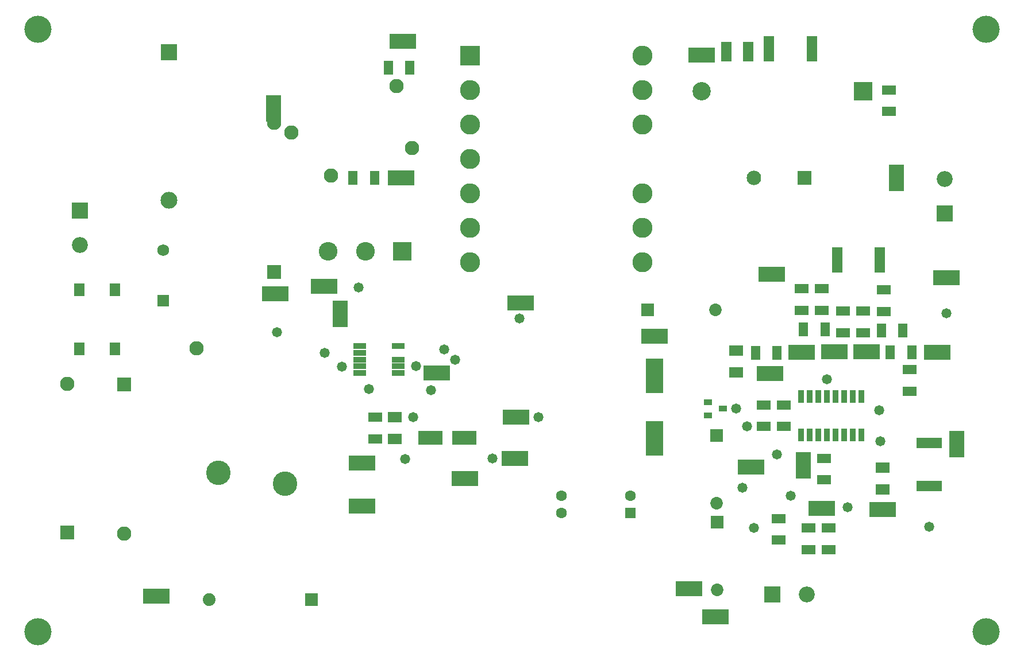
<source format=gts>
G04*
G04 #@! TF.GenerationSoftware,Altium Limited,Altium Designer,18.1.7 (191)*
G04*
G04 Layer_Color=8388736*
%FSLAX25Y25*%
%MOIN*%
G70*
G01*
G75*
%ADD38R,0.15761X0.08792*%
%ADD39R,0.06115X0.11824*%
%ADD40R,0.05918X0.14580*%
%ADD41R,0.08083X0.05721*%
%ADD42R,0.08792X0.15761*%
%ADD43R,0.05721X0.08083*%
%ADD44R,0.08280X0.06115*%
%ADD45R,0.04737X0.03359*%
%ADD46R,0.03359X0.07690*%
%ADD47R,0.14580X0.05918*%
%ADD48R,0.09855X0.19894*%
%ADD49R,0.14383X0.07887*%
%ADD50R,0.07296X0.03359*%
%ADD51R,0.05918X0.07493*%
%ADD52C,0.06800*%
%ADD53R,0.06800X0.06800*%
%ADD54C,0.09200*%
%ADD55C,0.11627*%
%ADD56R,0.11627X0.11627*%
%ADD57C,0.14186*%
%ADD58C,0.06312*%
%ADD59R,0.06312X0.06312*%
%ADD60C,0.10642*%
%ADD61R,0.10642X0.10642*%
%ADD62C,0.08400*%
%ADD63R,0.08400X0.08400*%
%ADD64R,0.09200X0.09200*%
%ADD65C,0.07400*%
%ADD66R,0.07400X0.07400*%
%ADD67R,0.08300X0.08300*%
%ADD68C,0.08300*%
%ADD69C,0.09800*%
%ADD70R,0.09800X0.09800*%
%ADD71R,0.09200X0.09200*%
%ADD72R,0.07296X0.07296*%
%ADD73C,0.07296*%
%ADD74R,0.07296X0.07296*%
%ADD75C,0.10839*%
%ADD76R,0.10839X0.10839*%
%ADD77C,0.15750*%
%ADD78C,0.05800*%
D38*
X162505Y221256D02*
D03*
X410000Y360000D02*
D03*
X552000Y230500D02*
D03*
X450500Y232500D02*
D03*
X546500Y187436D02*
D03*
X505500Y187500D02*
D03*
X487000Y187500D02*
D03*
X468000Y187436D02*
D03*
X449500Y175000D02*
D03*
X515000Y96000D02*
D03*
X438500Y120500D02*
D03*
X479807Y96500D02*
D03*
X93500Y45500D02*
D03*
X236500Y368000D02*
D03*
X235500Y288500D02*
D03*
X382500Y196500D02*
D03*
X304858Y215956D02*
D03*
X302359Y149500D02*
D03*
X212859Y98094D02*
D03*
X272500Y114000D02*
D03*
X301500Y125500D02*
D03*
X212844Y123094D02*
D03*
X191078Y225500D02*
D03*
X256209Y175221D02*
D03*
X402776Y50000D02*
D03*
X418000Y33500D02*
D03*
D39*
X424402Y362000D02*
D03*
X437000D02*
D03*
D40*
X473902Y363500D02*
D03*
X449098D02*
D03*
X513402Y241000D02*
D03*
X488598D02*
D03*
D41*
X518500Y327201D02*
D03*
Y339799D02*
D03*
X468000Y211701D02*
D03*
Y224299D02*
D03*
X479807Y211701D02*
D03*
Y224299D02*
D03*
X492000Y198701D02*
D03*
Y211299D02*
D03*
X503500Y198701D02*
D03*
Y211299D02*
D03*
X515500Y211000D02*
D03*
Y223598D02*
D03*
X530500Y177299D02*
D03*
Y164701D02*
D03*
X457500Y156799D02*
D03*
Y144201D02*
D03*
X481000Y125799D02*
D03*
Y113201D02*
D03*
X454500Y78201D02*
D03*
Y90799D02*
D03*
X471858Y72701D02*
D03*
Y85299D02*
D03*
X483500Y72701D02*
D03*
Y85299D02*
D03*
X220500Y136980D02*
D03*
Y149579D02*
D03*
X446000Y156799D02*
D03*
Y144201D02*
D03*
D42*
X522862Y288500D02*
D03*
X558000Y134000D02*
D03*
X468901Y121500D02*
D03*
X161500Y329000D02*
D03*
X200358Y209595D02*
D03*
D43*
X514201Y200000D02*
D03*
X526799D02*
D03*
X519402Y187437D02*
D03*
X532000D02*
D03*
X453799Y187000D02*
D03*
X441201D02*
D03*
X240799Y352500D02*
D03*
X228201D02*
D03*
X207701Y288500D02*
D03*
X220299D02*
D03*
X481500Y200500D02*
D03*
X468902D02*
D03*
D44*
X430000Y175701D02*
D03*
Y188299D02*
D03*
X515000Y120295D02*
D03*
Y107696D02*
D03*
X232000Y149579D02*
D03*
Y136980D02*
D03*
D45*
X422331Y154500D02*
D03*
X413669Y150760D02*
D03*
Y158240D02*
D03*
D46*
X502500Y161524D02*
D03*
X497500D02*
D03*
X492500D02*
D03*
X487500D02*
D03*
X482500D02*
D03*
X477500D02*
D03*
X472500D02*
D03*
X467500D02*
D03*
X502500Y139476D02*
D03*
X497500D02*
D03*
X492500D02*
D03*
X487500D02*
D03*
X482500D02*
D03*
X477500D02*
D03*
X472500D02*
D03*
X467500D02*
D03*
D47*
X542000Y134544D02*
D03*
Y109740D02*
D03*
D48*
X382500Y137390D02*
D03*
Y173610D02*
D03*
D49*
X272342Y137500D02*
D03*
X252658D02*
D03*
D50*
X211736Y190969D02*
D03*
Y187031D02*
D03*
Y183095D02*
D03*
Y179157D02*
D03*
Y175221D02*
D03*
X233981Y190969D02*
D03*
Y183095D02*
D03*
Y179157D02*
D03*
Y175221D02*
D03*
D51*
X69488Y189295D02*
D03*
X49016D02*
D03*
X69488Y223705D02*
D03*
X49016D02*
D03*
D52*
X97500Y246681D02*
D03*
D53*
Y217154D02*
D03*
D54*
X49409Y249500D02*
D03*
X551000Y288000D02*
D03*
X471000Y46500D02*
D03*
D55*
X375500Y239500D02*
D03*
Y259500D02*
D03*
Y279500D02*
D03*
Y319500D02*
D03*
Y339500D02*
D03*
Y359500D02*
D03*
D03*
X275500Y239500D02*
D03*
Y259500D02*
D03*
Y279500D02*
D03*
Y299500D02*
D03*
Y319500D02*
D03*
Y339500D02*
D03*
D56*
Y359500D02*
D03*
D57*
X168431Y110850D02*
D03*
X129569Y117150D02*
D03*
D58*
X328500Y93925D02*
D03*
Y103925D02*
D03*
X368500D02*
D03*
D59*
Y93925D02*
D03*
D60*
X410000Y339000D02*
D03*
D61*
X503701D02*
D03*
D62*
X440236Y288500D02*
D03*
D63*
X469764D02*
D03*
D64*
X551000Y268000D02*
D03*
X49409Y269500D02*
D03*
D65*
X124472Y43500D02*
D03*
D66*
X183528D02*
D03*
D67*
X42000Y82492D02*
D03*
X75000Y168661D02*
D03*
X162000Y234000D02*
D03*
D68*
X42000Y169106D02*
D03*
X75000Y82047D02*
D03*
X162000Y320614D02*
D03*
X117000Y189500D02*
D03*
X172000Y315000D02*
D03*
X242000Y306000D02*
D03*
X232902Y342098D02*
D03*
X195000Y290000D02*
D03*
D69*
X101000Y275500D02*
D03*
D70*
Y361500D02*
D03*
D71*
X451000Y46500D02*
D03*
D72*
X418500Y139000D02*
D03*
X419000Y88685D02*
D03*
D73*
X418500Y99630D02*
D03*
X417988Y211956D02*
D03*
X419000Y49315D02*
D03*
D74*
X378618Y211956D02*
D03*
D75*
X193362Y246000D02*
D03*
X214859D02*
D03*
D76*
X236355D02*
D03*
D77*
X575000Y25000D02*
D03*
Y375000D02*
D03*
X25000Y25000D02*
D03*
Y375000D02*
D03*
D78*
X552000Y210000D02*
D03*
X430000Y154500D02*
D03*
X513000Y153500D02*
D03*
X217116Y166095D02*
D03*
X191252Y187031D02*
D03*
X201158Y179095D02*
D03*
X211035Y225000D02*
D03*
X260500Y189000D02*
D03*
X244158Y179441D02*
D03*
X288500Y125500D02*
D03*
X242500Y149500D02*
D03*
X163701Y198854D02*
D03*
X315413Y149500D02*
D03*
X266922Y183095D02*
D03*
X238071Y125354D02*
D03*
X252858Y165421D02*
D03*
X461500Y104000D02*
D03*
X453500Y128000D02*
D03*
X513500Y135500D02*
D03*
X494781Y97219D02*
D03*
X433500Y108500D02*
D03*
X436461Y144461D02*
D03*
X440317Y85201D02*
D03*
X542000Y86000D02*
D03*
X482500Y171563D02*
D03*
X304359Y207095D02*
D03*
M02*

</source>
